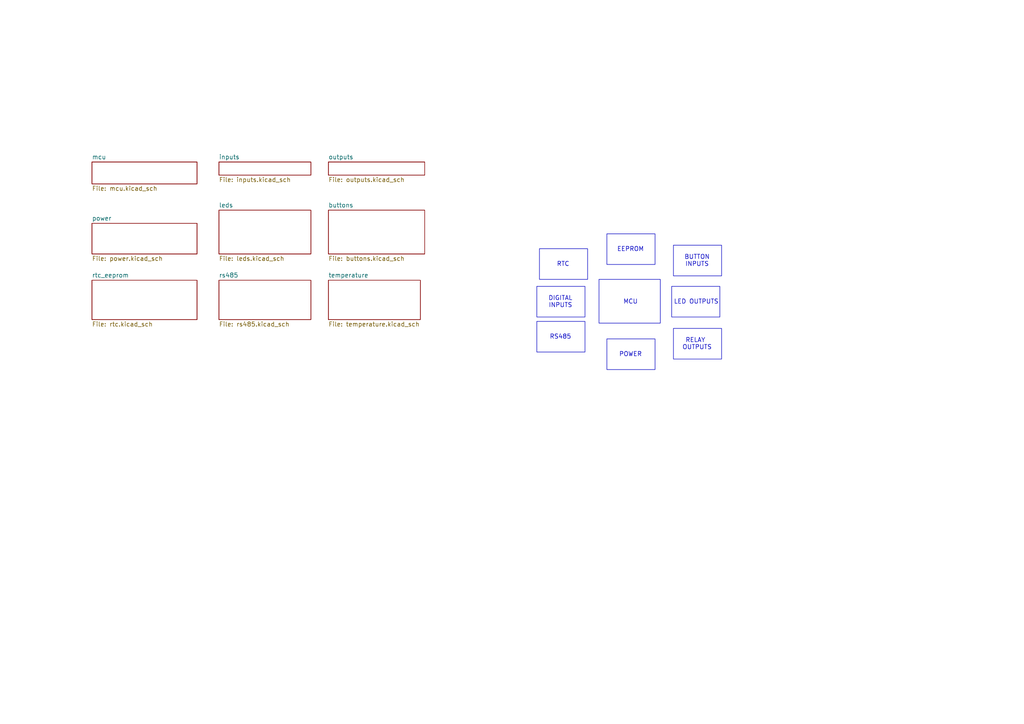
<source format=kicad_sch>
(kicad_sch
	(version 20250114)
	(generator "eeschema")
	(generator_version "9.0")
	(uuid "1c1d47d5-f6ab-48f4-aef9-e333cdfe2713")
	(paper "A4")
	(lib_symbols)
	(rectangle
		(start 155.702 93.218)
		(end 169.672 102.108)
		(stroke
			(width 0)
			(type default)
		)
		(fill
			(type none)
		)
		(uuid 080724bf-0689-4cfa-b7b3-f2b77f3081d5)
	)
	(rectangle
		(start 195.326 95.25)
		(end 209.296 104.14)
		(stroke
			(width 0)
			(type default)
		)
		(fill
			(type none)
		)
		(uuid 5c0c700b-6c74-41b8-8174-b3b7fc12c3c7)
	)
	(rectangle
		(start 195.326 71.12)
		(end 209.296 80.01)
		(stroke
			(width 0)
			(type default)
		)
		(fill
			(type none)
		)
		(uuid 69fe230f-c8a0-4256-a34e-6dfee1558c5c)
	)
	(rectangle
		(start 194.818 83.058)
		(end 208.788 91.948)
		(stroke
			(width 0)
			(type default)
		)
		(fill
			(type none)
		)
		(uuid 848ed6e2-fa77-44d6-b2d5-6020ce1399cb)
	)
	(rectangle
		(start 155.702 83.058)
		(end 169.672 91.948)
		(stroke
			(width 0)
			(type default)
		)
		(fill
			(type none)
		)
		(uuid 87dc3d0b-46b4-427e-a99c-ed7ca1fd687a)
	)
	(rectangle
		(start 156.464 72.136)
		(end 170.434 81.026)
		(stroke
			(width 0)
			(type default)
		)
		(fill
			(type none)
		)
		(uuid a1782d19-ff7d-45d9-ba9b-68c53f26c452)
	)
	(rectangle
		(start 173.736 81.026)
		(end 191.516 93.726)
		(stroke
			(width 0)
			(type default)
		)
		(fill
			(type none)
		)
		(uuid acac81d4-40a2-45d4-9422-4949d41b2540)
	)
	(rectangle
		(start 176.022 67.818)
		(end 189.992 76.708)
		(stroke
			(width 0)
			(type default)
		)
		(fill
			(type none)
		)
		(uuid bda5bdb7-c5b1-4e4b-9d5d-2f0908939339)
	)
	(rectangle
		(start 176.022 98.298)
		(end 189.992 107.188)
		(stroke
			(width 0)
			(type default)
		)
		(fill
			(type none)
		)
		(uuid fcd1ea89-ad86-4a84-80f0-6d8d35d05179)
	)
	(text "DIGITAL\nINPUTS"
		(exclude_from_sim no)
		(at 162.56 87.63 0)
		(effects
			(font
				(size 1.27 1.27)
			)
		)
		(uuid "293c5d2e-354d-414a-8422-076feb5d9d21")
	)
	(text "EEPROM"
		(exclude_from_sim no)
		(at 182.88 72.39 0)
		(effects
			(font
				(size 1.27 1.27)
			)
		)
		(uuid "4808242e-0602-4190-9cdb-caaff3088ea2")
	)
	(text "LED OUTPUTS"
		(exclude_from_sim no)
		(at 201.93 87.63 0)
		(effects
			(font
				(size 1.27 1.27)
			)
		)
		(uuid "4972d5d3-0fdc-4d02-a483-eaf9b4103df9")
	)
	(text "MCU"
		(exclude_from_sim no)
		(at 182.88 87.63 0)
		(effects
			(font
				(size 1.27 1.27)
			)
		)
		(uuid "4f3c99a2-1b7f-4f31-8d7a-94f22229c923")
	)
	(text "RS485"
		(exclude_from_sim no)
		(at 162.56 97.79 0)
		(effects
			(font
				(size 1.27 1.27)
			)
		)
		(uuid "5fdbc46c-398b-40a7-be4d-f08043bdb21f")
	)
	(text "RTC"
		(exclude_from_sim no)
		(at 163.322 76.708 0)
		(effects
			(font
				(size 1.27 1.27)
			)
		)
		(uuid "63a49ec4-7ae9-4338-9d74-f660ee3733c5")
	)
	(text "BUTTON\nINPUTS"
		(exclude_from_sim no)
		(at 202.184 75.692 0)
		(effects
			(font
				(size 1.27 1.27)
			)
		)
		(uuid "a14391f4-59b1-4c5c-a550-68bc7b43949c")
	)
	(text "POWER"
		(exclude_from_sim no)
		(at 182.88 102.87 0)
		(effects
			(font
				(size 1.27 1.27)
			)
		)
		(uuid "f1f22660-f467-44f1-befb-e3152893d806")
	)
	(text "RELAY \nOUTPUTS"
		(exclude_from_sim no)
		(at 202.184 99.822 0)
		(effects
			(font
				(size 1.27 1.27)
			)
		)
		(uuid "ff659461-654b-404b-92ca-773be50747d1")
	)
	(sheet
		(at 95.25 60.96)
		(size 27.94 12.7)
		(exclude_from_sim no)
		(in_bom yes)
		(on_board yes)
		(dnp no)
		(fields_autoplaced yes)
		(stroke
			(width 0.1524)
			(type solid)
		)
		(fill
			(color 0 0 0 0.0000)
		)
		(uuid "2c19557e-ba3d-4fc0-bf85-5d53c02ff2e2")
		(property "Sheetname" "buttons"
			(at 95.25 60.2484 0)
			(effects
				(font
					(size 1.27 1.27)
				)
				(justify left bottom)
			)
		)
		(property "Sheetfile" "buttons.kicad_sch"
			(at 95.25 74.2446 0)
			(effects
				(font
					(size 1.27 1.27)
				)
				(justify left top)
			)
		)
		(instances
			(project "ea01"
				(path "/1c1d47d5-f6ab-48f4-aef9-e333cdfe2713"
					(page "9")
				)
			)
		)
	)
	(sheet
		(at 95.25 81.28)
		(size 26.67 11.43)
		(exclude_from_sim no)
		(in_bom yes)
		(on_board yes)
		(dnp no)
		(fields_autoplaced yes)
		(stroke
			(width 0.1524)
			(type solid)
		)
		(fill
			(color 0 0 0 0.0000)
		)
		(uuid "5da6b26e-9ffc-466e-bcbd-1b21d3854392")
		(property "Sheetname" "temperature"
			(at 95.25 80.5684 0)
			(effects
				(font
					(size 1.27 1.27)
				)
				(justify left bottom)
			)
		)
		(property "Sheetfile" "temperature.kicad_sch"
			(at 95.25 93.2946 0)
			(effects
				(font
					(size 1.27 1.27)
				)
				(justify left top)
			)
		)
		(instances
			(project "ea01"
				(path "/1c1d47d5-f6ab-48f4-aef9-e333cdfe2713"
					(page "8")
				)
			)
		)
	)
	(sheet
		(at 63.5 81.28)
		(size 26.67 11.43)
		(exclude_from_sim no)
		(in_bom yes)
		(on_board yes)
		(dnp no)
		(fields_autoplaced yes)
		(stroke
			(width 0.1524)
			(type solid)
		)
		(fill
			(color 0 0 0 0.0000)
		)
		(uuid "6ca3256c-d43a-4bc8-af54-e996b7798b54")
		(property "Sheetname" "rs485"
			(at 63.5 80.5684 0)
			(effects
				(font
					(size 1.27 1.27)
				)
				(justify left bottom)
			)
		)
		(property "Sheetfile" "rs485.kicad_sch"
			(at 63.5 93.2946 0)
			(effects
				(font
					(size 1.27 1.27)
				)
				(justify left top)
			)
		)
		(instances
			(project "ea01"
				(path "/1c1d47d5-f6ab-48f4-aef9-e333cdfe2713"
					(page "7")
				)
			)
		)
	)
	(sheet
		(at 63.5 60.96)
		(size 26.67 12.7)
		(exclude_from_sim no)
		(in_bom yes)
		(on_board yes)
		(dnp no)
		(fields_autoplaced yes)
		(stroke
			(width 0.1524)
			(type solid)
		)
		(fill
			(color 0 0 0 0.0000)
		)
		(uuid "6cd6b734-981f-48ab-a3a3-cd9a1ed99af0")
		(property "Sheetname" "leds"
			(at 63.5 60.2484 0)
			(effects
				(font
					(size 1.27 1.27)
				)
				(justify left bottom)
			)
		)
		(property "Sheetfile" "leds.kicad_sch"
			(at 63.5 74.2446 0)
			(effects
				(font
					(size 1.27 1.27)
				)
				(justify left top)
			)
		)
		(instances
			(project "ea01"
				(path "/1c1d47d5-f6ab-48f4-aef9-e333cdfe2713"
					(page "5")
				)
			)
		)
	)
	(sheet
		(at 63.5 46.99)
		(size 26.67 3.81)
		(exclude_from_sim no)
		(in_bom yes)
		(on_board yes)
		(dnp no)
		(fields_autoplaced yes)
		(stroke
			(width 0.1524)
			(type solid)
		)
		(fill
			(color 0 0 0 0.0000)
		)
		(uuid "7a35c246-4e04-4a22-aed7-9080acb84208")
		(property "Sheetname" "inputs"
			(at 63.5 46.2784 0)
			(effects
				(font
					(size 1.27 1.27)
				)
				(justify left bottom)
			)
		)
		(property "Sheetfile" "inputs.kicad_sch"
			(at 63.5 51.3846 0)
			(effects
				(font
					(size 1.27 1.27)
				)
				(justify left top)
			)
		)
		(instances
			(project "ea01"
				(path "/1c1d47d5-f6ab-48f4-aef9-e333cdfe2713"
					(page "3")
				)
			)
		)
	)
	(sheet
		(at 26.67 81.28)
		(size 30.48 11.43)
		(exclude_from_sim no)
		(in_bom yes)
		(on_board yes)
		(dnp no)
		(fields_autoplaced yes)
		(stroke
			(width 0.1524)
			(type solid)
		)
		(fill
			(color 0 0 0 0.0000)
		)
		(uuid "c254b1ee-5d80-44f4-b3d6-0ba2c07a68ad")
		(property "Sheetname" "rtc_eeprom"
			(at 26.67 80.5684 0)
			(effects
				(font
					(size 1.27 1.27)
				)
				(justify left bottom)
			)
		)
		(property "Sheetfile" "rtc.kicad_sch"
			(at 26.67 93.2946 0)
			(effects
				(font
					(size 1.27 1.27)
				)
				(justify left top)
			)
		)
		(instances
			(project "ea01"
				(path "/1c1d47d5-f6ab-48f4-aef9-e333cdfe2713"
					(page "6")
				)
			)
		)
	)
	(sheet
		(at 26.67 46.99)
		(size 30.48 6.35)
		(exclude_from_sim no)
		(in_bom yes)
		(on_board yes)
		(dnp no)
		(fields_autoplaced yes)
		(stroke
			(width 0.1524)
			(type solid)
		)
		(fill
			(color 0 0 0 0.0000)
		)
		(uuid "d3810c5d-87fe-4ffb-a7ba-b811c8939351")
		(property "Sheetname" "mcu"
			(at 26.67 46.2784 0)
			(effects
				(font
					(size 1.27 1.27)
				)
				(justify left bottom)
			)
		)
		(property "Sheetfile" "mcu.kicad_sch"
			(at 26.67 53.9246 0)
			(effects
				(font
					(size 1.27 1.27)
				)
				(justify left top)
			)
		)
		(instances
			(project "ea01"
				(path "/1c1d47d5-f6ab-48f4-aef9-e333cdfe2713"
					(page "2")
				)
			)
		)
	)
	(sheet
		(at 95.25 46.99)
		(size 27.94 3.81)
		(exclude_from_sim no)
		(in_bom yes)
		(on_board yes)
		(dnp no)
		(fields_autoplaced yes)
		(stroke
			(width 0.1524)
			(type solid)
		)
		(fill
			(color 0 0 0 0.0000)
		)
		(uuid "e690f818-2646-48ee-9937-af159d509942")
		(property "Sheetname" "outputs"
			(at 95.25 46.2784 0)
			(effects
				(font
					(size 1.27 1.27)
				)
				(justify left bottom)
			)
		)
		(property "Sheetfile" "outputs.kicad_sch"
			(at 95.25 51.3846 0)
			(effects
				(font
					(size 1.27 1.27)
				)
				(justify left top)
			)
		)
		(instances
			(project "ea01"
				(path "/1c1d47d5-f6ab-48f4-aef9-e333cdfe2713"
					(page "4")
				)
			)
		)
	)
	(sheet
		(at 26.67 64.77)
		(size 30.48 8.89)
		(exclude_from_sim no)
		(in_bom yes)
		(on_board yes)
		(dnp no)
		(fields_autoplaced yes)
		(stroke
			(width 0.1524)
			(type solid)
		)
		(fill
			(color 0 0 0 0.0000)
		)
		(uuid "f041ca07-f3b7-46d5-ae07-a8c4690a00ff")
		(property "Sheetname" "power"
			(at 26.67 64.0584 0)
			(effects
				(font
					(size 1.27 1.27)
				)
				(justify left bottom)
			)
		)
		(property "Sheetfile" "power.kicad_sch"
			(at 26.67 74.2446 0)
			(effects
				(font
					(size 1.27 1.27)
				)
				(justify left top)
			)
		)
		(instances
			(project "ea01"
				(path "/1c1d47d5-f6ab-48f4-aef9-e333cdfe2713"
					(page "4")
				)
			)
		)
	)
	(sheet_instances
		(path "/"
			(page "1")
		)
	)
	(embedded_fonts no)
)

</source>
